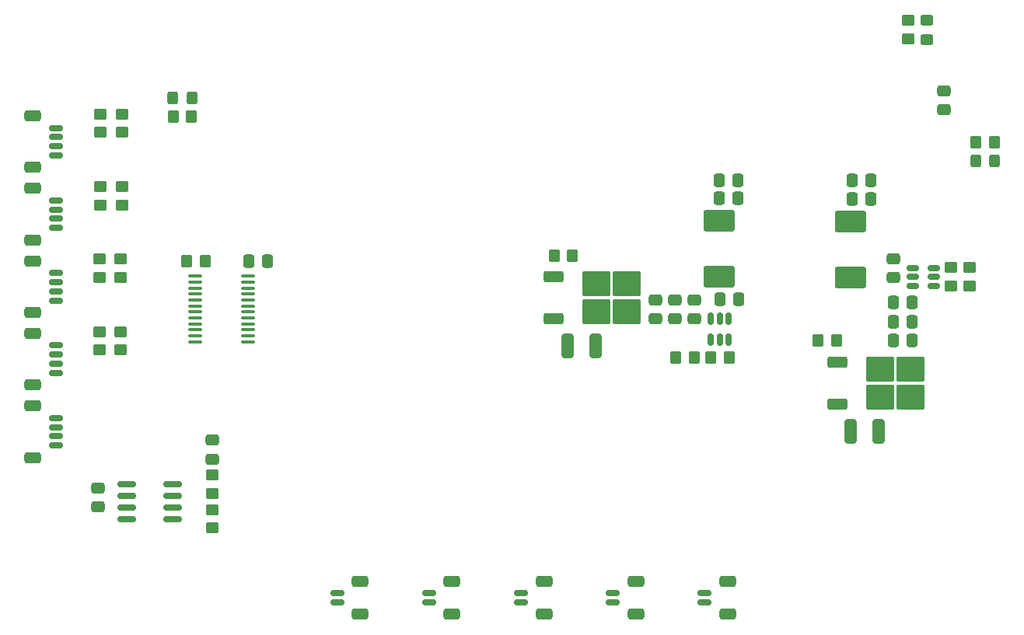
<source format=gtp>
%TF.GenerationSoftware,KiCad,Pcbnew,8.0.5+1*%
%TF.CreationDate,2024-10-17T10:57:33-04:00*%
%TF.ProjectId,mainBoard,6d61696e-426f-4617-9264-2e6b69636164,rev?*%
%TF.SameCoordinates,Original*%
%TF.FileFunction,Paste,Top*%
%TF.FilePolarity,Positive*%
%FSLAX46Y46*%
G04 Gerber Fmt 4.6, Leading zero omitted, Abs format (unit mm)*
G04 Created by KiCad (PCBNEW 8.0.5+1) date 2024-10-17 10:57:33*
%MOMM*%
%LPD*%
G01*
G04 APERTURE LIST*
G04 Aperture macros list*
%AMRoundRect*
0 Rectangle with rounded corners*
0 $1 Rounding radius*
0 $2 $3 $4 $5 $6 $7 $8 $9 X,Y pos of 4 corners*
0 Add a 4 corners polygon primitive as box body*
4,1,4,$2,$3,$4,$5,$6,$7,$8,$9,$2,$3,0*
0 Add four circle primitives for the rounded corners*
1,1,$1+$1,$2,$3*
1,1,$1+$1,$4,$5*
1,1,$1+$1,$6,$7*
1,1,$1+$1,$8,$9*
0 Add four rect primitives between the rounded corners*
20,1,$1+$1,$2,$3,$4,$5,0*
20,1,$1+$1,$4,$5,$6,$7,0*
20,1,$1+$1,$6,$7,$8,$9,0*
20,1,$1+$1,$8,$9,$2,$3,0*%
G04 Aperture macros list end*
%ADD10RoundRect,0.150000X-0.625000X0.150000X-0.625000X-0.150000X0.625000X-0.150000X0.625000X0.150000X0*%
%ADD11RoundRect,0.250000X-0.650000X0.350000X-0.650000X-0.350000X0.650000X-0.350000X0.650000X0.350000X0*%
%ADD12RoundRect,0.150000X0.625000X-0.150000X0.625000X0.150000X-0.625000X0.150000X-0.625000X-0.150000X0*%
%ADD13RoundRect,0.250000X0.650000X-0.350000X0.650000X0.350000X-0.650000X0.350000X-0.650000X-0.350000X0*%
%ADD14RoundRect,0.250000X-0.337500X-0.475000X0.337500X-0.475000X0.337500X0.475000X-0.337500X0.475000X0*%
%ADD15RoundRect,0.250000X0.337500X0.475000X-0.337500X0.475000X-0.337500X-0.475000X0.337500X-0.475000X0*%
%ADD16RoundRect,0.250000X0.475000X-0.337500X0.475000X0.337500X-0.475000X0.337500X-0.475000X-0.337500X0*%
%ADD17RoundRect,0.250000X-0.350000X-0.450000X0.350000X-0.450000X0.350000X0.450000X-0.350000X0.450000X0*%
%ADD18RoundRect,0.250000X0.450000X-0.350000X0.450000X0.350000X-0.450000X0.350000X-0.450000X-0.350000X0*%
%ADD19RoundRect,0.150000X-0.512500X-0.150000X0.512500X-0.150000X0.512500X0.150000X-0.512500X0.150000X0*%
%ADD20RoundRect,0.250000X-0.450000X0.350000X-0.450000X-0.350000X0.450000X-0.350000X0.450000X0.350000X0*%
%ADD21RoundRect,0.150000X-0.150000X0.512500X-0.150000X-0.512500X0.150000X-0.512500X0.150000X0.512500X0*%
%ADD22RoundRect,0.235000X1.465000X-0.940000X1.465000X0.940000X-1.465000X0.940000X-1.465000X-0.940000X0*%
%ADD23RoundRect,0.250000X0.325000X0.450000X-0.325000X0.450000X-0.325000X-0.450000X0.325000X-0.450000X0*%
%ADD24RoundRect,0.250000X-0.850000X-0.350000X0.850000X-0.350000X0.850000X0.350000X-0.850000X0.350000X0*%
%ADD25RoundRect,0.250000X-1.275000X-1.125000X1.275000X-1.125000X1.275000X1.125000X-1.275000X1.125000X0*%
%ADD26RoundRect,0.250000X-0.475000X0.337500X-0.475000X-0.337500X0.475000X-0.337500X0.475000X0.337500X0*%
%ADD27RoundRect,0.250000X0.400000X1.075000X-0.400000X1.075000X-0.400000X-1.075000X0.400000X-1.075000X0*%
%ADD28RoundRect,0.250000X0.350000X0.450000X-0.350000X0.450000X-0.350000X-0.450000X0.350000X-0.450000X0*%
%ADD29RoundRect,0.150000X-0.825000X-0.150000X0.825000X-0.150000X0.825000X0.150000X-0.825000X0.150000X0*%
%ADD30RoundRect,0.250000X0.450000X-0.325000X0.450000X0.325000X-0.450000X0.325000X-0.450000X-0.325000X0*%
%ADD31RoundRect,0.100000X-0.637500X-0.100000X0.637500X-0.100000X0.637500X0.100000X-0.637500X0.100000X0*%
%ADD32RoundRect,0.250000X-0.325000X-0.450000X0.325000X-0.450000X0.325000X0.450000X-0.325000X0.450000X0*%
G04 APERTURE END LIST*
D10*
%TO.C,J25*%
X91675000Y-86000000D03*
X91675000Y-87000000D03*
D11*
X94200000Y-84700000D03*
X94200000Y-88300000D03*
%TD*%
D10*
%TO.C,J24*%
X81675000Y-86000000D03*
X81675000Y-87000000D03*
D11*
X84200000Y-84700000D03*
X84200000Y-88300000D03*
%TD*%
D10*
%TO.C,J15*%
X71675000Y-86000000D03*
X71675000Y-87000000D03*
D11*
X74200000Y-84700000D03*
X74200000Y-88300000D03*
%TD*%
D10*
%TO.C,J14*%
X61675000Y-86000000D03*
X61675000Y-87000000D03*
D11*
X64200000Y-84700000D03*
X64200000Y-88300000D03*
%TD*%
D10*
%TO.C,J13*%
X51675000Y-86000000D03*
X51675000Y-87000000D03*
D11*
X54200000Y-84700000D03*
X54200000Y-88300000D03*
%TD*%
D12*
%TO.C,J16*%
X21050000Y-38305000D03*
X21050000Y-37305000D03*
X21050000Y-36305000D03*
X21050000Y-35305000D03*
D13*
X18525000Y-39605000D03*
X18525000Y-34005000D03*
%TD*%
D14*
%TO.C,C5*%
X107727500Y-41015000D03*
X109802500Y-41015000D03*
%TD*%
D15*
%TO.C,C3*%
X114289071Y-58490001D03*
X112214071Y-58490001D03*
%TD*%
D14*
%TO.C,C6*%
X107737500Y-43075000D03*
X109812500Y-43075000D03*
%TD*%
D16*
%TO.C,C8*%
X88431094Y-56090930D03*
X88431094Y-54015930D03*
%TD*%
D17*
%TO.C,R6*%
X92391094Y-60353430D03*
X94391094Y-60353430D03*
%TD*%
D14*
%TO.C,C12*%
X93252978Y-42975000D03*
X95327978Y-42975000D03*
%TD*%
D18*
%TO.C,R3*%
X38075000Y-73125000D03*
X38075000Y-75125000D03*
%TD*%
D15*
%TO.C,C2*%
X114289071Y-56400001D03*
X112214071Y-56400001D03*
%TD*%
D19*
%TO.C,U1*%
X114339071Y-50600001D03*
X114339071Y-51550001D03*
X114339071Y-52500001D03*
X116614071Y-52500001D03*
X116614071Y-51550001D03*
X116614071Y-50600001D03*
%TD*%
D16*
%TO.C,C16*%
X38075000Y-69307500D03*
X38075000Y-71382500D03*
%TD*%
D20*
%TO.C,R19*%
X25795000Y-49595000D03*
X25795000Y-51595000D03*
%TD*%
D15*
%TO.C,C1*%
X114289071Y-54310001D03*
X112214071Y-54310001D03*
%TD*%
D20*
%TO.C,R2*%
X120576571Y-50495001D03*
X120576571Y-52495001D03*
%TD*%
%TO.C,R17*%
X25895000Y-41695000D03*
X25895000Y-43695000D03*
%TD*%
D21*
%TO.C,U2*%
X94291094Y-56065930D03*
X93341094Y-56065930D03*
X92391094Y-56065930D03*
X92391094Y-58340930D03*
X93341094Y-58340930D03*
X94291094Y-58340930D03*
%TD*%
D22*
%TO.C,L2*%
X93311094Y-51508430D03*
X93311094Y-45458430D03*
%TD*%
D20*
%TO.C,R20*%
X28125000Y-49595000D03*
X28125000Y-51595000D03*
%TD*%
D23*
%TO.C,D2*%
X35841571Y-32025001D03*
X33791571Y-32025001D03*
%TD*%
D20*
%TO.C,R16*%
X28225000Y-33795000D03*
X28225000Y-35795000D03*
%TD*%
D16*
%TO.C,C10*%
X86351094Y-56090930D03*
X86351094Y-54015930D03*
%TD*%
D17*
%TO.C,R7*%
X88541094Y-60353430D03*
X90541094Y-60353430D03*
%TD*%
D24*
%TO.C,Q2*%
X106175000Y-60805000D03*
D25*
X110800000Y-61560000D03*
X110800000Y-64610000D03*
X114150000Y-61560000D03*
X114150000Y-64610000D03*
D24*
X106175000Y-65365000D03*
%TD*%
D20*
%TO.C,R18*%
X28225000Y-41695000D03*
X28225000Y-43695000D03*
%TD*%
D17*
%TO.C,R5*%
X33816571Y-34075001D03*
X35816571Y-34075001D03*
%TD*%
D26*
%TO.C,C4*%
X112266571Y-49527501D03*
X112266571Y-51602501D03*
%TD*%
D17*
%TO.C,R10*%
X75325000Y-49221428D03*
X77325000Y-49221428D03*
%TD*%
D27*
%TO.C,R13*%
X110676571Y-68325001D03*
X107576571Y-68325001D03*
%TD*%
D15*
%TO.C,C11*%
X95408594Y-54013430D03*
X93333594Y-54013430D03*
%TD*%
D27*
%TO.C,R14*%
X79851095Y-59035001D03*
X76751095Y-59035001D03*
%TD*%
D12*
%TO.C,J17*%
X21050000Y-46205000D03*
X21050000Y-45205000D03*
X21050000Y-44205000D03*
X21050000Y-43205000D03*
D13*
X18525000Y-47505000D03*
X18525000Y-41905000D03*
%TD*%
D12*
%TO.C,J20*%
X21050000Y-69905000D03*
X21050000Y-68905000D03*
X21050000Y-67905000D03*
X21050000Y-66905000D03*
D13*
X18525000Y-71205000D03*
X18525000Y-65605000D03*
%TD*%
D18*
%TO.C,R8*%
X113840000Y-25605000D03*
X113840000Y-23605000D03*
%TD*%
D14*
%TO.C,C13*%
X93252978Y-40985000D03*
X95327978Y-40985000D03*
%TD*%
D20*
%TO.C,R21*%
X25795000Y-57495000D03*
X25795000Y-59495000D03*
%TD*%
D12*
%TO.C,J18*%
X21050000Y-54105000D03*
X21050000Y-53105000D03*
X21050000Y-52105000D03*
X21050000Y-51105000D03*
D13*
X18525000Y-55405000D03*
X18525000Y-49805000D03*
%TD*%
D20*
%TO.C,R22*%
X28125000Y-57495000D03*
X28125000Y-59495000D03*
%TD*%
D17*
%TO.C,R4*%
X121245001Y-36853429D03*
X123245001Y-36853429D03*
%TD*%
D28*
%TO.C,R9*%
X106046572Y-58453430D03*
X104046572Y-58453430D03*
%TD*%
D22*
%TO.C,L1*%
X107626571Y-51580001D03*
X107626571Y-45530001D03*
%TD*%
D14*
%TO.C,C7*%
X42037500Y-49805000D03*
X44112500Y-49805000D03*
%TD*%
D18*
%TO.C,R24*%
X38075000Y-76875000D03*
X38075000Y-78875000D03*
%TD*%
D24*
%TO.C,Q1*%
X75275000Y-51550000D03*
D25*
X79900000Y-52305000D03*
X79900000Y-55355000D03*
X83250000Y-52305000D03*
X83250000Y-55355000D03*
D24*
X75275000Y-56110000D03*
%TD*%
D29*
%TO.C,IC1*%
X33745000Y-74120000D03*
X33745000Y-75390000D03*
X33745000Y-76660000D03*
X33745000Y-77930000D03*
X28795000Y-77930000D03*
X28795000Y-76660000D03*
X28795000Y-75390000D03*
X28795000Y-74120000D03*
%TD*%
D16*
%TO.C,C9*%
X90541094Y-56090930D03*
X90541094Y-54015930D03*
%TD*%
D18*
%TO.C,R1*%
X118546571Y-52495001D03*
X118546571Y-50495001D03*
%TD*%
D20*
%TO.C,R15*%
X25895000Y-33795000D03*
X25895000Y-35795000D03*
%TD*%
D30*
%TO.C,D3*%
X115931572Y-25663430D03*
X115931572Y-23613430D03*
%TD*%
D26*
%TO.C,C15*%
X117776571Y-31247501D03*
X117776571Y-33322501D03*
%TD*%
D28*
%TO.C,R23*%
X37295000Y-49805000D03*
X35295000Y-49805000D03*
%TD*%
D12*
%TO.C,J19*%
X21050000Y-62005000D03*
X21050000Y-61005000D03*
X21050000Y-60005000D03*
X21050000Y-59005000D03*
D13*
X18525000Y-63305000D03*
X18525000Y-57705000D03*
%TD*%
D31*
%TO.C,U3*%
X36257500Y-51450000D03*
X36257500Y-52100000D03*
X36257500Y-52750000D03*
X36257500Y-53400000D03*
X36257500Y-54050000D03*
X36257500Y-54700000D03*
X36257500Y-55350000D03*
X36257500Y-56000000D03*
X36257500Y-56650000D03*
X36257500Y-57300000D03*
X36257500Y-57950000D03*
X36257500Y-58600000D03*
X41982500Y-58600000D03*
X41982500Y-57950000D03*
X41982500Y-57300000D03*
X41982500Y-56650000D03*
X41982500Y-56000000D03*
X41982500Y-55350000D03*
X41982500Y-54700000D03*
X41982500Y-54050000D03*
X41982500Y-53400000D03*
X41982500Y-52750000D03*
X41982500Y-52100000D03*
X41982500Y-51450000D03*
%TD*%
D32*
%TO.C,D1*%
X121220001Y-38890001D03*
X123270001Y-38890001D03*
%TD*%
D16*
%TO.C,C14*%
X25665000Y-74537500D03*
X25665000Y-76612500D03*
%TD*%
M02*

</source>
